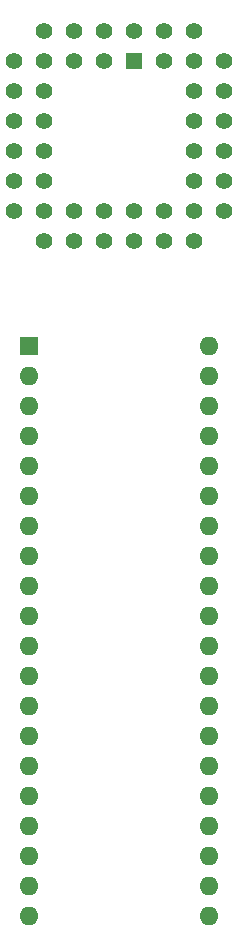
<source format=gbr>
%TF.GenerationSoftware,KiCad,Pcbnew,(6.0.4)*%
%TF.CreationDate,2022-05-05T02:24:40+01:00*%
%TF.ProjectId,Z80 QFP & LCC to DIL,5a383020-5146-4502-9026-204c43432074,rev?*%
%TF.SameCoordinates,Original*%
%TF.FileFunction,Soldermask,Bot*%
%TF.FilePolarity,Negative*%
%FSLAX46Y46*%
G04 Gerber Fmt 4.6, Leading zero omitted, Abs format (unit mm)*
G04 Created by KiCad (PCBNEW (6.0.4)) date 2022-05-05 02:24:40*
%MOMM*%
%LPD*%
G01*
G04 APERTURE LIST*
%ADD10R,1.600000X1.600000*%
%ADD11O,1.600000X1.600000*%
%ADD12R,1.422400X1.422400*%
%ADD13C,1.422400*%
G04 APERTURE END LIST*
D10*
%TO.C,IC3*%
X133350000Y-95250000D03*
D11*
X133350000Y-97790000D03*
X133350000Y-100330000D03*
X133350000Y-102870000D03*
X133350000Y-105410000D03*
X133350000Y-107950000D03*
X133350000Y-110490000D03*
X133350000Y-113030000D03*
X133350000Y-115570000D03*
X133350000Y-118110000D03*
X133350000Y-120650000D03*
X133350000Y-123190000D03*
X133350000Y-125730000D03*
X133350000Y-128270000D03*
X133350000Y-130810000D03*
X133350000Y-133350000D03*
X133350000Y-135890000D03*
X133350000Y-138430000D03*
X133350000Y-140970000D03*
X133350000Y-143510000D03*
X148590000Y-143510000D03*
X148590000Y-140970000D03*
X148590000Y-138430000D03*
X148590000Y-135890000D03*
X148590000Y-133350000D03*
X148590000Y-130810000D03*
X148590000Y-128270000D03*
X148590000Y-125730000D03*
X148590000Y-123190000D03*
X148590000Y-120650000D03*
X148590000Y-118110000D03*
X148590000Y-115570000D03*
X148590000Y-113030000D03*
X148590000Y-110490000D03*
X148590000Y-107950000D03*
X148590000Y-105410000D03*
X148590000Y-102870000D03*
X148590000Y-100330000D03*
X148590000Y-97790000D03*
X148590000Y-95250000D03*
%TD*%
D12*
%TO.C,IC1*%
X142240000Y-71120000D03*
D13*
X139700000Y-68580000D03*
X139700000Y-71120000D03*
X137160000Y-68580000D03*
X137160000Y-71120000D03*
X134620000Y-68580000D03*
X132080000Y-71120000D03*
X134620000Y-71120000D03*
X132080000Y-73660000D03*
X134620000Y-73660000D03*
X132080000Y-76200000D03*
X134620000Y-76200000D03*
X132080000Y-78740000D03*
X134620000Y-78740000D03*
X132080000Y-81280000D03*
X134620000Y-81280000D03*
X132080000Y-83820000D03*
X134620000Y-86360000D03*
X134620000Y-83820000D03*
X137160000Y-86360000D03*
X137160000Y-83820000D03*
X139700000Y-86360000D03*
X139700000Y-83820000D03*
X142240000Y-86360000D03*
X142240000Y-83820000D03*
X144780000Y-86360000D03*
X144780000Y-83820000D03*
X147320000Y-86360000D03*
X149860000Y-83820000D03*
X147320000Y-83820000D03*
X149860000Y-81280000D03*
X147320000Y-81280000D03*
X149860000Y-78740000D03*
X147320000Y-78740000D03*
X149860000Y-76200000D03*
X147320000Y-76200000D03*
X149860000Y-73660000D03*
X147320000Y-73660000D03*
X149860000Y-71120000D03*
X147320000Y-68580000D03*
X147320000Y-71120000D03*
X144780000Y-68580000D03*
X144780000Y-71120000D03*
X142240000Y-68580000D03*
%TD*%
M02*

</source>
